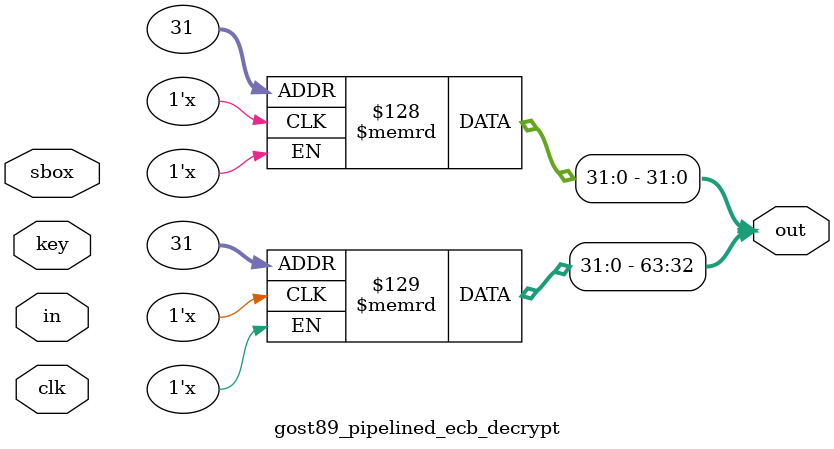
<source format=sv>
module gost89_pipelined_ecb_encrypt(
  input logic          clk,
  input logic  [511:0] sbox,
  input logic  [255:0] key,
  input logic  [63:0]  in,
  output logic [63:0]  out
);
  logic  [31:0] n1[31:0], n2[31:0];
  logic [31:0] out1[31:0], out2[31:0];

  always_ff @(posedge clk) begin
    n1[0]  <= in[63:32]; n2[0]  <= in[31:0];
    n1[1]  <= out1[0];   n2[1]  <= out2[0];
    n1[2]  <= out1[1];   n2[2]  <= out2[1];
    n1[3]  <= out1[2];   n2[3]  <= out2[2];
    n1[4]  <= out1[3];   n2[4]  <= out2[3];
    n1[5]  <= out1[4];   n2[5]  <= out2[4];
    n1[6]  <= out1[5];   n2[6]  <= out2[5];
    n1[7]  <= out1[6];   n2[7]  <= out2[6];
    n1[8]  <= out1[7];   n2[8]  <= out2[7];
    n1[9]  <= out1[8];   n2[9]  <= out2[8];
    n1[10] <= out1[9];   n2[10] <= out2[9];
    n1[11] <= out1[10];  n2[11] <= out2[10];
    n1[12] <= out1[11];  n2[12] <= out2[11];
    n1[13] <= out1[12];  n2[13] <= out2[12];
    n1[14] <= out1[13];  n2[14] <= out2[13];
    n1[15] <= out1[14];  n2[15] <= out2[14];
    n1[16] <= out1[15];  n2[16] <= out2[15];
    n1[17] <= out1[16];  n2[17] <= out2[16];
    n1[18] <= out1[17];  n2[18] <= out2[17];
    n1[19] <= out1[18];  n2[19] <= out2[18];
    n1[20] <= out1[19];  n2[20] <= out2[19];
    n1[21] <= out1[20];  n2[21] <= out2[20];
    n1[22] <= out1[21];  n2[22] <= out2[21];
    n1[23] <= out1[22];  n2[23] <= out2[22];
    n1[24] <= out1[23];  n2[24] <= out2[23];
    n1[25] <= out1[24];  n2[25] <= out2[24];
    n1[26] <= out1[25];  n2[26] <= out2[25];
    n1[27] <= out1[26];  n2[27] <= out2[26];
    n1[28] <= out1[27];  n2[28] <= out2[27];
    n1[29] <= out1[28];  n2[29] <= out2[28];
    n1[30] <= out1[29];  n2[30] <= out2[29];
    n1[31] <= out1[30];  n2[31] <= out2[30];
  end

  gost89_round
    r1 (clk, sbox, key[255:224], n1[0],  n2[0],  out1[0],  out2[0]),
    r2 (clk, sbox, key[223:192], n1[1],  n2[1],  out1[1],  out2[1]),
    r3 (clk, sbox, key[191:160], n1[2],  n2[2],  out1[2],  out2[2]),
    r4 (clk, sbox, key[159:128], n1[3],  n2[3],  out1[3],  out2[3]),
    r5 (clk, sbox, key[127:96],  n1[4],  n2[4],  out1[4],  out2[4]),
    r6 (clk, sbox, key[95:64],   n1[5],  n2[5],  out1[5],  out2[5]),
    r7 (clk, sbox, key[63:32],   n1[6],  n2[6],  out1[6],  out2[6]),
    r8 (clk, sbox, key[31:0],    n1[7],  n2[7],  out1[7],  out2[7]),
    r9 (clk, sbox, key[255:224], n1[8],  n2[8],  out1[8],  out2[8]),
    r10(clk, sbox, key[223:192], n1[9],  n2[9],  out1[9],  out2[9]),
    r11(clk, sbox, key[191:160], n1[10], n2[10], out1[10], out2[10]),
    r12(clk, sbox, key[159:128], n1[11], n2[11], out1[11], out2[11]),
    r13(clk, sbox, key[127:96],  n1[12], n2[12], out1[12], out2[12]),
    r14(clk, sbox, key[95:64],   n1[13], n2[13], out1[13], out2[13]),
    r15(clk, sbox, key[63:32],   n1[14], n2[14], out1[14], out2[14]),
    r16(clk, sbox, key[31:0],    n1[15], n2[15], out1[15], out2[15]),
    r17(clk, sbox, key[255:224], n1[16], n2[16], out1[16], out2[16]),
    r18(clk, sbox, key[223:192], n1[17], n2[17], out1[17], out2[17]),
    r19(clk, sbox, key[191:160], n1[18], n2[18], out1[18], out2[18]),
    r20(clk, sbox, key[159:128], n1[19], n2[19], out1[19], out2[19]),
    r21(clk, sbox, key[127:96],  n1[20], n2[20], out1[20], out2[20]),
    r22(clk, sbox, key[95:64],   n1[21], n2[21], out1[21], out2[21]),
    r23(clk, sbox, key[63:32],   n1[22], n2[22], out1[22], out2[22]),
    r24(clk, sbox, key[31:0],    n1[23], n2[23], out1[23], out2[23]),
    r25(clk, sbox, key[31:0],    n1[24], n2[24], out1[24], out2[24]),
    r26(clk, sbox, key[63:32],   n1[25], n2[25], out1[25], out2[25]),
    r27(clk, sbox, key[95:64],   n1[26], n2[26], out1[26], out2[26]),
    r28(clk, sbox, key[127:96],  n1[27], n2[27], out1[27], out2[27]),
    r29(clk, sbox, key[159:128], n1[28], n2[28], out1[28], out2[28]),
    r30(clk, sbox, key[191:160], n1[29], n2[29], out1[29], out2[29]),
    r31(clk, sbox, key[223:192], n1[30], n2[30], out1[30], out2[30]),
    r32(clk, sbox, key[255:224], n1[31], n2[31], out1[31], out2[31]);

  assign out[31:0]  = out1[31];
  assign out[63:32] = out2[31];
endmodule

module gost89_pipelined_ecb_decrypt(
  input logic          clk,
  input logic  [511:0] sbox,
  input logic  [255:0] key,
  input logic  [63:0]  in,
  output logic [63:0]  out
);
  logic  [31:0] n1[31:0], n2[31:0];
  logic [31:0] out1[31:0], out2[31:0];

  always_ff @(posedge clk) begin
    n1[0]  <= in[63:32]; n2[0]  <= in[31:0];
    n1[1]  <= out1[0];   n2[1]  <= out2[0];
    n1[2]  <= out1[1];   n2[2]  <= out2[1];
    n1[3]  <= out1[2];   n2[3]  <= out2[2];
    n1[4]  <= out1[3];   n2[4]  <= out2[3];
    n1[5]  <= out1[4];   n2[5]  <= out2[4];
    n1[6]  <= out1[5];   n2[6]  <= out2[5];
    n1[7]  <= out1[6];   n2[7]  <= out2[6];
    n1[8]  <= out1[7];   n2[8]  <= out2[7];
    n1[9]  <= out1[8];   n2[9]  <= out2[8];
    n1[10] <= out1[9];   n2[10] <= out2[9];
    n1[11] <= out1[10];  n2[11] <= out2[10];
    n1[12] <= out1[11];  n2[12] <= out2[11];
    n1[13] <= out1[12];  n2[13] <= out2[12];
    n1[14] <= out1[13];  n2[14] <= out2[13];
    n1[15] <= out1[14];  n2[15] <= out2[14];
    n1[16] <= out1[15];  n2[16] <= out2[15];
    n1[17] <= out1[16];  n2[17] <= out2[16];
    n1[18] <= out1[17];  n2[18] <= out2[17];
    n1[19] <= out1[18];  n2[19] <= out2[18];
    n1[20] <= out1[19];  n2[20] <= out2[19];
    n1[21] <= out1[20];  n2[21] <= out2[20];
    n1[22] <= out1[21];  n2[22] <= out2[21];
    n1[23] <= out1[22];  n2[23] <= out2[22];
    n1[24] <= out1[23];  n2[24] <= out2[23];
    n1[25] <= out1[24];  n2[25] <= out2[24];
    n1[26] <= out1[25];  n2[26] <= out2[25];
    n1[27] <= out1[26];  n2[27] <= out2[26];
    n1[28] <= out1[27];  n2[28] <= out2[27];
    n1[29] <= out1[28];  n2[29] <= out2[28];
    n1[30] <= out1[29];  n2[30] <= out2[29];
    n1[31] <= out1[30];  n2[31] <= out2[30];
  end

  gost89_round
    r1 (clk, sbox, key[255:224], n1[0],  n2[0],  out1[0],  out2[0]),
    r2 (clk, sbox, key[223:192], n1[1],  n2[1],  out1[1],  out2[1]),
    r3 (clk, sbox, key[191:160], n1[2],  n2[2],  out1[2],  out2[2]),
    r4 (clk, sbox, key[159:128], n1[3],  n2[3],  out1[3],  out2[3]),
    r5 (clk, sbox, key[127:96],  n1[4],  n2[4],  out1[4],  out2[4]),
    r6 (clk, sbox, key[95:64],   n1[5],  n2[5],  out1[5],  out2[5]),
    r7 (clk, sbox, key[63:32],   n1[6],  n2[6],  out1[6],  out2[6]),
    r8 (clk, sbox, key[31:0],    n1[7],  n2[7],  out1[7],  out2[7]),
    r9 (clk, sbox, key[31:0],    n1[8],  n2[8],  out1[8],  out2[8]),
    r10(clk, sbox, key[63:32],   n1[9],  n2[9],  out1[9],  out2[9]),
    r11(clk, sbox, key[95:64],   n1[10], n2[10], out1[10], out2[10]),
    r12(clk, sbox, key[127:96],  n1[11], n2[11], out1[11], out2[11]),
    r13(clk, sbox, key[159:128], n1[12], n2[12], out1[12], out2[12]),
    r14(clk, sbox, key[191:160], n1[13], n2[13], out1[13], out2[13]),
    r15(clk, sbox, key[223:192], n1[14], n2[14], out1[14], out2[14]),
    r16(clk, sbox, key[255:224], n1[15], n2[15], out1[15], out2[15]),
    r17(clk, sbox, key[31:0],    n1[16], n2[16], out1[16], out2[16]),
    r18(clk, sbox, key[63:32],   n1[17], n2[17], out1[17], out2[17]),
    r19(clk, sbox, key[95:64],   n1[18], n2[18], out1[18], out2[18]),
    r20(clk, sbox, key[127:96],  n1[19], n2[19], out1[19], out2[19]),
    r21(clk, sbox, key[159:128], n1[20], n2[20], out1[20], out2[20]),
    r22(clk, sbox, key[191:160], n1[21], n2[21], out1[21], out2[21]),
    r23(clk, sbox, key[223:192], n1[22], n2[22], out1[22], out2[22]),
    r24(clk, sbox, key[255:224], n1[23], n2[23], out1[23], out2[23]),
    r25(clk, sbox, key[31:0],    n1[24], n2[24], out1[24], out2[24]),
    r26(clk, sbox, key[63:32],   n1[25], n2[25], out1[25], out2[25]),
    r27(clk, sbox, key[95:64],   n1[26], n2[26], out1[26], out2[26]),
    r28(clk, sbox, key[127:96],  n1[27], n2[27], out1[27], out2[27]),
    r29(clk, sbox, key[159:128], n1[28], n2[28], out1[28], out2[28]),
    r30(clk, sbox, key[191:160], n1[29], n2[29], out1[29], out2[29]),
    r31(clk, sbox, key[223:192], n1[30], n2[30], out1[30], out2[30]),
    r32(clk, sbox, key[255:224], n1[31], n2[31], out1[31], out2[31]);

  assign out[31:0]  = out1[31];
  assign out[63:32] = out2[31];
endmodule

</source>
